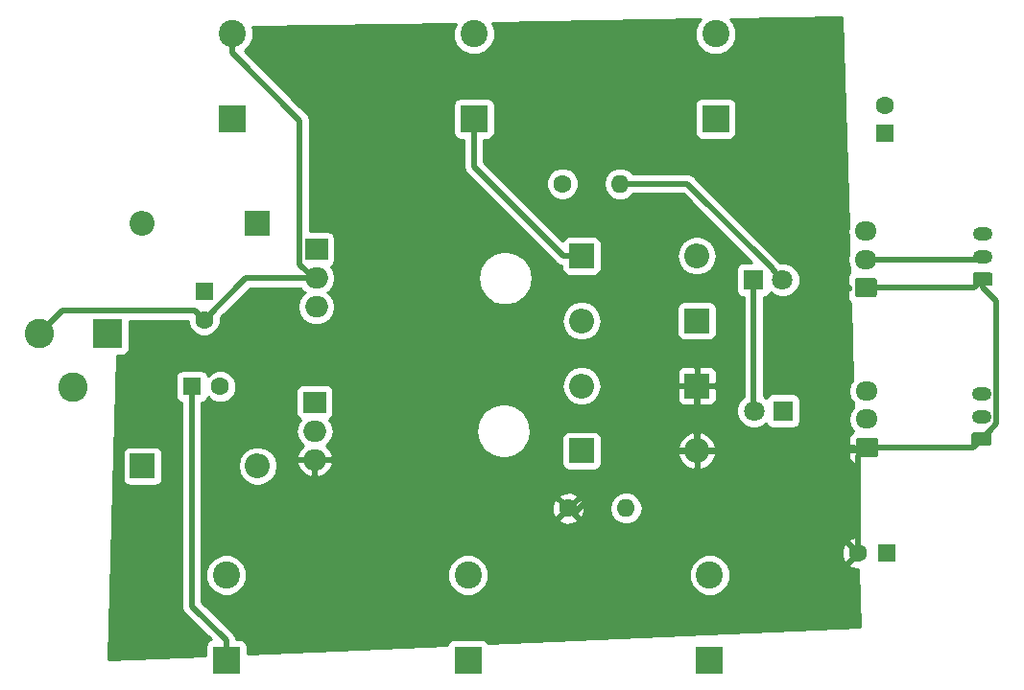
<source format=gbr>
G04 #@! TF.GenerationSoftware,KiCad,Pcbnew,(5.0.1)-rc2*
G04 #@! TF.CreationDate,2019-02-18T01:36:53-05:00*
G04 #@! TF.ProjectId,mfos_power,6D666F735F706F7765722E6B69636164,rev?*
G04 #@! TF.SameCoordinates,Original*
G04 #@! TF.FileFunction,Copper,L2,Bot,Signal*
G04 #@! TF.FilePolarity,Positive*
%FSLAX46Y46*%
G04 Gerber Fmt 4.6, Leading zero omitted, Abs format (unit mm)*
G04 Created by KiCad (PCBNEW (5.0.1)-rc2) date 2/18/2019 1:36:53 AM*
%MOMM*%
%LPD*%
G01*
G04 APERTURE LIST*
G04 #@! TA.AperFunction,ComponentPad*
%ADD10C,2.400000*%
G04 #@! TD*
G04 #@! TA.AperFunction,ComponentPad*
%ADD11R,2.400000X2.400000*%
G04 #@! TD*
G04 #@! TA.AperFunction,ComponentPad*
%ADD12C,1.600000*%
G04 #@! TD*
G04 #@! TA.AperFunction,ComponentPad*
%ADD13R,1.600000X1.600000*%
G04 #@! TD*
G04 #@! TA.AperFunction,ComponentPad*
%ADD14O,2.000000X1.905000*%
G04 #@! TD*
G04 #@! TA.AperFunction,ComponentPad*
%ADD15R,2.000000X1.905000*%
G04 #@! TD*
G04 #@! TA.AperFunction,ComponentPad*
%ADD16O,2.200000X2.200000*%
G04 #@! TD*
G04 #@! TA.AperFunction,ComponentPad*
%ADD17R,2.200000X2.200000*%
G04 #@! TD*
G04 #@! TA.AperFunction,ComponentPad*
%ADD18R,2.600000X2.600000*%
G04 #@! TD*
G04 #@! TA.AperFunction,ComponentPad*
%ADD19C,2.600000*%
G04 #@! TD*
G04 #@! TA.AperFunction,ComponentPad*
%ADD20R,1.800000X1.800000*%
G04 #@! TD*
G04 #@! TA.AperFunction,ComponentPad*
%ADD21C,1.800000*%
G04 #@! TD*
G04 #@! TA.AperFunction,ComponentPad*
%ADD22O,1.750000X1.200000*%
G04 #@! TD*
G04 #@! TA.AperFunction,Conductor*
%ADD23C,0.100000*%
G04 #@! TD*
G04 #@! TA.AperFunction,ComponentPad*
%ADD24C,1.200000*%
G04 #@! TD*
G04 #@! TA.AperFunction,ComponentPad*
%ADD25O,1.950000X1.700000*%
G04 #@! TD*
G04 #@! TA.AperFunction,ComponentPad*
%ADD26C,1.700000*%
G04 #@! TD*
G04 #@! TA.AperFunction,ComponentPad*
%ADD27O,1.600000X1.600000*%
G04 #@! TD*
G04 #@! TA.AperFunction,Conductor*
%ADD28C,0.508000*%
G04 #@! TD*
G04 #@! TA.AperFunction,Conductor*
%ADD29C,0.254000*%
G04 #@! TD*
G04 APERTURE END LIST*
D10*
G04 #@! TO.P,C2,2*
G04 #@! TO.N,GND*
X108198920Y-44900200D03*
D11*
G04 #@! TO.P,C2,1*
G04 #@! TO.N,Net-(C2-Pad1)*
X108198920Y-52400200D03*
G04 #@! TD*
G04 #@! TO.P,C3,1*
G04 #@! TO.N,GND*
X128978660Y-100223320D03*
D10*
G04 #@! TO.P,C3,2*
G04 #@! TO.N,Net-(C1-Pad2)*
X128978660Y-92723320D03*
G04 #@! TD*
G04 #@! TO.P,C4,2*
G04 #@! TO.N,GND*
X150825200Y-44900200D03*
D11*
G04 #@! TO.P,C4,1*
G04 #@! TO.N,Net-(C2-Pad1)*
X150825200Y-52400200D03*
G04 #@! TD*
G04 #@! TO.P,C5,1*
G04 #@! TO.N,Net-(C2-Pad1)*
X129512060Y-52400200D03*
D10*
G04 #@! TO.P,C5,2*
G04 #@! TO.N,GND*
X129512060Y-44900200D03*
G04 #@! TD*
G04 #@! TO.P,C6,2*
G04 #@! TO.N,Net-(C1-Pad2)*
X150291800Y-92723320D03*
D11*
G04 #@! TO.P,C6,1*
G04 #@! TO.N,GND*
X150291800Y-100223320D03*
G04 #@! TD*
G04 #@! TO.P,C1,1*
G04 #@! TO.N,GND*
X107665520Y-100223320D03*
D10*
G04 #@! TO.P,C1,2*
G04 #@! TO.N,Net-(C1-Pad2)*
X107665520Y-92723320D03*
G04 #@! TD*
D12*
G04 #@! TO.P,C7,2*
G04 #@! TO.N,GND*
X105719880Y-70160520D03*
D13*
G04 #@! TO.P,C7,1*
G04 #@! TO.N,Net-(C2-Pad1)*
X105719880Y-67660520D03*
G04 #@! TD*
G04 #@! TO.P,C8,1*
G04 #@! TO.N,GND*
X104622600Y-76057760D03*
D12*
G04 #@! TO.P,C8,2*
G04 #@! TO.N,Net-(C1-Pad2)*
X107122600Y-76057760D03*
G04 #@! TD*
G04 #@! TO.P,C9,2*
G04 #@! TO.N,GND*
X165780720Y-51221000D03*
D13*
G04 #@! TO.P,C9,1*
G04 #@! TO.N,+12V*
X165780720Y-53721000D03*
G04 #@! TD*
G04 #@! TO.P,C10,1*
G04 #@! TO.N,GND*
X165907720Y-90749120D03*
D12*
G04 #@! TO.P,C10,2*
G04 #@! TO.N,-12V*
X163407720Y-90749120D03*
G04 #@! TD*
D14*
G04 #@! TO.P,U1,3*
G04 #@! TO.N,+12V*
X115600480Y-69021960D03*
G04 #@! TO.P,U1,2*
G04 #@! TO.N,GND*
X115600480Y-66481960D03*
D15*
G04 #@! TO.P,U1,1*
G04 #@! TO.N,Net-(C2-Pad1)*
X115600480Y-63941960D03*
G04 #@! TD*
G04 #@! TO.P,U2,1*
G04 #@! TO.N,GND*
X115458240Y-77434440D03*
D14*
G04 #@! TO.P,U2,2*
G04 #@! TO.N,Net-(C1-Pad2)*
X115458240Y-79974440D03*
G04 #@! TO.P,U2,3*
G04 #@! TO.N,-12V*
X115458240Y-82514440D03*
G04 #@! TD*
D16*
G04 #@! TO.P,D1,2*
G04 #@! TO.N,Net-(D1-Pad2)*
X100197920Y-61620400D03*
D17*
G04 #@! TO.P,D1,1*
G04 #@! TO.N,Net-(C2-Pad1)*
X110357920Y-61620400D03*
G04 #@! TD*
G04 #@! TO.P,D2,1*
G04 #@! TO.N,Net-(D1-Pad2)*
X100269040Y-83078320D03*
D16*
G04 #@! TO.P,D2,2*
G04 #@! TO.N,Net-(C1-Pad2)*
X110429040Y-83078320D03*
G04 #@! TD*
G04 #@! TO.P,D3,2*
G04 #@! TO.N,+12V*
X149169120Y-64521080D03*
D17*
G04 #@! TO.P,D3,1*
G04 #@! TO.N,Net-(C2-Pad1)*
X139009120Y-64521080D03*
G04 #@! TD*
G04 #@! TO.P,D5,1*
G04 #@! TO.N,GND*
X139009120Y-81732120D03*
D16*
G04 #@! TO.P,D5,2*
G04 #@! TO.N,-12V*
X149169120Y-81732120D03*
G04 #@! TD*
G04 #@! TO.P,D6,2*
G04 #@! TO.N,GND*
X139009120Y-70258093D03*
D17*
G04 #@! TO.P,D6,1*
G04 #@! TO.N,+12V*
X149169120Y-70258093D03*
G04 #@! TD*
G04 #@! TO.P,D4,1*
G04 #@! TO.N,-12V*
X149169120Y-75995106D03*
D16*
G04 #@! TO.P,D4,2*
G04 #@! TO.N,Net-(C1-Pad2)*
X139009120Y-75995106D03*
G04 #@! TD*
D18*
G04 #@! TO.P,J1,1*
G04 #@! TO.N,Net-(D1-Pad2)*
X97149920Y-71419720D03*
D19*
G04 #@! TO.P,J1,2*
G04 #@! TO.N,GND*
X91149920Y-71419720D03*
G04 #@! TO.P,J1,3*
G04 #@! TO.N,Net-(J1-Pad3)*
X94149920Y-76119720D03*
G04 #@! TD*
D20*
G04 #@! TO.P,D7,1*
G04 #@! TO.N,Net-(D7-Pad1)*
X156748320Y-78216760D03*
D21*
G04 #@! TO.P,D7,2*
G04 #@! TO.N,GND*
X154208320Y-78216760D03*
G04 #@! TD*
G04 #@! TO.P,D8,2*
G04 #@! TO.N,Net-(D8-Pad2)*
X156738320Y-66639440D03*
D20*
G04 #@! TO.P,D8,1*
G04 #@! TO.N,GND*
X154198320Y-66639440D03*
G04 #@! TD*
D22*
G04 #@! TO.P,J2,3*
G04 #@! TO.N,+12V*
X174386240Y-62578480D03*
G04 #@! TO.P,J2,2*
G04 #@! TO.N,GND*
X174386240Y-64578480D03*
D23*
G04 #@! TD*
G04 #@! TO.N,-12V*
G04 #@! TO.C,J2*
G36*
X175035745Y-65979684D02*
X175060013Y-65983284D01*
X175083812Y-65989245D01*
X175106911Y-65997510D01*
X175129090Y-66008000D01*
X175150133Y-66020612D01*
X175169839Y-66035227D01*
X175188017Y-66051703D01*
X175204493Y-66069881D01*
X175219108Y-66089587D01*
X175231720Y-66110630D01*
X175242210Y-66132809D01*
X175250475Y-66155908D01*
X175256436Y-66179707D01*
X175260036Y-66203975D01*
X175261240Y-66228479D01*
X175261240Y-66928481D01*
X175260036Y-66952985D01*
X175256436Y-66977253D01*
X175250475Y-67001052D01*
X175242210Y-67024151D01*
X175231720Y-67046330D01*
X175219108Y-67067373D01*
X175204493Y-67087079D01*
X175188017Y-67105257D01*
X175169839Y-67121733D01*
X175150133Y-67136348D01*
X175129090Y-67148960D01*
X175106911Y-67159450D01*
X175083812Y-67167715D01*
X175060013Y-67173676D01*
X175035745Y-67177276D01*
X175011241Y-67178480D01*
X173761239Y-67178480D01*
X173736735Y-67177276D01*
X173712467Y-67173676D01*
X173688668Y-67167715D01*
X173665569Y-67159450D01*
X173643390Y-67148960D01*
X173622347Y-67136348D01*
X173602641Y-67121733D01*
X173584463Y-67105257D01*
X173567987Y-67087079D01*
X173553372Y-67067373D01*
X173540760Y-67046330D01*
X173530270Y-67024151D01*
X173522005Y-67001052D01*
X173516044Y-66977253D01*
X173512444Y-66952985D01*
X173511240Y-66928481D01*
X173511240Y-66228479D01*
X173512444Y-66203975D01*
X173516044Y-66179707D01*
X173522005Y-66155908D01*
X173530270Y-66132809D01*
X173540760Y-66110630D01*
X173553372Y-66089587D01*
X173567987Y-66069881D01*
X173584463Y-66051703D01*
X173602641Y-66035227D01*
X173622347Y-66020612D01*
X173643390Y-66008000D01*
X173665569Y-65997510D01*
X173688668Y-65989245D01*
X173712467Y-65983284D01*
X173736735Y-65979684D01*
X173761239Y-65978480D01*
X175011241Y-65978480D01*
X175035745Y-65979684D01*
X175035745Y-65979684D01*
G37*
D24*
G04 #@! TO.P,J2,1*
G04 #@! TO.N,-12V*
X174386240Y-66578480D03*
G04 #@! TD*
D23*
G04 #@! TO.N,-12V*
G04 #@! TO.C,J3*
G36*
X174929065Y-80107164D02*
X174953333Y-80110764D01*
X174977132Y-80116725D01*
X175000231Y-80124990D01*
X175022410Y-80135480D01*
X175043453Y-80148092D01*
X175063159Y-80162707D01*
X175081337Y-80179183D01*
X175097813Y-80197361D01*
X175112428Y-80217067D01*
X175125040Y-80238110D01*
X175135530Y-80260289D01*
X175143795Y-80283388D01*
X175149756Y-80307187D01*
X175153356Y-80331455D01*
X175154560Y-80355959D01*
X175154560Y-81055961D01*
X175153356Y-81080465D01*
X175149756Y-81104733D01*
X175143795Y-81128532D01*
X175135530Y-81151631D01*
X175125040Y-81173810D01*
X175112428Y-81194853D01*
X175097813Y-81214559D01*
X175081337Y-81232737D01*
X175063159Y-81249213D01*
X175043453Y-81263828D01*
X175022410Y-81276440D01*
X175000231Y-81286930D01*
X174977132Y-81295195D01*
X174953333Y-81301156D01*
X174929065Y-81304756D01*
X174904561Y-81305960D01*
X173654559Y-81305960D01*
X173630055Y-81304756D01*
X173605787Y-81301156D01*
X173581988Y-81295195D01*
X173558889Y-81286930D01*
X173536710Y-81276440D01*
X173515667Y-81263828D01*
X173495961Y-81249213D01*
X173477783Y-81232737D01*
X173461307Y-81214559D01*
X173446692Y-81194853D01*
X173434080Y-81173810D01*
X173423590Y-81151631D01*
X173415325Y-81128532D01*
X173409364Y-81104733D01*
X173405764Y-81080465D01*
X173404560Y-81055961D01*
X173404560Y-80355959D01*
X173405764Y-80331455D01*
X173409364Y-80307187D01*
X173415325Y-80283388D01*
X173423590Y-80260289D01*
X173434080Y-80238110D01*
X173446692Y-80217067D01*
X173461307Y-80197361D01*
X173477783Y-80179183D01*
X173495961Y-80162707D01*
X173515667Y-80148092D01*
X173536710Y-80135480D01*
X173558889Y-80124990D01*
X173581988Y-80116725D01*
X173605787Y-80110764D01*
X173630055Y-80107164D01*
X173654559Y-80105960D01*
X174904561Y-80105960D01*
X174929065Y-80107164D01*
X174929065Y-80107164D01*
G37*
D24*
G04 #@! TD*
G04 #@! TO.P,J3,1*
G04 #@! TO.N,-12V*
X174279560Y-80705960D03*
D22*
G04 #@! TO.P,J3,2*
G04 #@! TO.N,GND*
X174279560Y-78705960D03*
G04 #@! TO.P,J3,3*
G04 #@! TO.N,+12V*
X174279560Y-76705960D03*
G04 #@! TD*
D25*
G04 #@! TO.P,J4,3*
G04 #@! TO.N,+12V*
X164084000Y-62325240D03*
G04 #@! TO.P,J4,2*
G04 #@! TO.N,GND*
X164084000Y-64825240D03*
D23*
G04 #@! TD*
G04 #@! TO.N,-12V*
G04 #@! TO.C,J4*
G36*
X164833504Y-66476444D02*
X164857773Y-66480044D01*
X164881571Y-66486005D01*
X164904671Y-66494270D01*
X164926849Y-66504760D01*
X164947893Y-66517373D01*
X164967598Y-66531987D01*
X164985777Y-66548463D01*
X165002253Y-66566642D01*
X165016867Y-66586347D01*
X165029480Y-66607391D01*
X165039970Y-66629569D01*
X165048235Y-66652669D01*
X165054196Y-66676467D01*
X165057796Y-66700736D01*
X165059000Y-66725240D01*
X165059000Y-67925240D01*
X165057796Y-67949744D01*
X165054196Y-67974013D01*
X165048235Y-67997811D01*
X165039970Y-68020911D01*
X165029480Y-68043089D01*
X165016867Y-68064133D01*
X165002253Y-68083838D01*
X164985777Y-68102017D01*
X164967598Y-68118493D01*
X164947893Y-68133107D01*
X164926849Y-68145720D01*
X164904671Y-68156210D01*
X164881571Y-68164475D01*
X164857773Y-68170436D01*
X164833504Y-68174036D01*
X164809000Y-68175240D01*
X163359000Y-68175240D01*
X163334496Y-68174036D01*
X163310227Y-68170436D01*
X163286429Y-68164475D01*
X163263329Y-68156210D01*
X163241151Y-68145720D01*
X163220107Y-68133107D01*
X163200402Y-68118493D01*
X163182223Y-68102017D01*
X163165747Y-68083838D01*
X163151133Y-68064133D01*
X163138520Y-68043089D01*
X163128030Y-68020911D01*
X163119765Y-67997811D01*
X163113804Y-67974013D01*
X163110204Y-67949744D01*
X163109000Y-67925240D01*
X163109000Y-66725240D01*
X163110204Y-66700736D01*
X163113804Y-66676467D01*
X163119765Y-66652669D01*
X163128030Y-66629569D01*
X163138520Y-66607391D01*
X163151133Y-66586347D01*
X163165747Y-66566642D01*
X163182223Y-66548463D01*
X163200402Y-66531987D01*
X163220107Y-66517373D01*
X163241151Y-66504760D01*
X163263329Y-66494270D01*
X163286429Y-66486005D01*
X163310227Y-66480044D01*
X163334496Y-66476444D01*
X163359000Y-66475240D01*
X164809000Y-66475240D01*
X164833504Y-66476444D01*
X164833504Y-66476444D01*
G37*
D26*
G04 #@! TO.P,J4,1*
G04 #@! TO.N,-12V*
X164084000Y-67325240D03*
G04 #@! TD*
D23*
G04 #@! TO.N,-12V*
G04 #@! TO.C,J5*
G36*
X164940184Y-80603924D02*
X164964453Y-80607524D01*
X164988251Y-80613485D01*
X165011351Y-80621750D01*
X165033529Y-80632240D01*
X165054573Y-80644853D01*
X165074278Y-80659467D01*
X165092457Y-80675943D01*
X165108933Y-80694122D01*
X165123547Y-80713827D01*
X165136160Y-80734871D01*
X165146650Y-80757049D01*
X165154915Y-80780149D01*
X165160876Y-80803947D01*
X165164476Y-80828216D01*
X165165680Y-80852720D01*
X165165680Y-82052720D01*
X165164476Y-82077224D01*
X165160876Y-82101493D01*
X165154915Y-82125291D01*
X165146650Y-82148391D01*
X165136160Y-82170569D01*
X165123547Y-82191613D01*
X165108933Y-82211318D01*
X165092457Y-82229497D01*
X165074278Y-82245973D01*
X165054573Y-82260587D01*
X165033529Y-82273200D01*
X165011351Y-82283690D01*
X164988251Y-82291955D01*
X164964453Y-82297916D01*
X164940184Y-82301516D01*
X164915680Y-82302720D01*
X163465680Y-82302720D01*
X163441176Y-82301516D01*
X163416907Y-82297916D01*
X163393109Y-82291955D01*
X163370009Y-82283690D01*
X163347831Y-82273200D01*
X163326787Y-82260587D01*
X163307082Y-82245973D01*
X163288903Y-82229497D01*
X163272427Y-82211318D01*
X163257813Y-82191613D01*
X163245200Y-82170569D01*
X163234710Y-82148391D01*
X163226445Y-82125291D01*
X163220484Y-82101493D01*
X163216884Y-82077224D01*
X163215680Y-82052720D01*
X163215680Y-80852720D01*
X163216884Y-80828216D01*
X163220484Y-80803947D01*
X163226445Y-80780149D01*
X163234710Y-80757049D01*
X163245200Y-80734871D01*
X163257813Y-80713827D01*
X163272427Y-80694122D01*
X163288903Y-80675943D01*
X163307082Y-80659467D01*
X163326787Y-80644853D01*
X163347831Y-80632240D01*
X163370009Y-80621750D01*
X163393109Y-80613485D01*
X163416907Y-80607524D01*
X163441176Y-80603924D01*
X163465680Y-80602720D01*
X164915680Y-80602720D01*
X164940184Y-80603924D01*
X164940184Y-80603924D01*
G37*
D26*
G04 #@! TD*
G04 #@! TO.P,J5,1*
G04 #@! TO.N,-12V*
X164190680Y-81452720D03*
D25*
G04 #@! TO.P,J5,2*
G04 #@! TO.N,GND*
X164190680Y-78952720D03*
G04 #@! TO.P,J5,3*
G04 #@! TO.N,+12V*
X164190680Y-76452720D03*
G04 #@! TD*
D12*
G04 #@! TO.P,R1,1*
G04 #@! TO.N,-12V*
X137840720Y-86827360D03*
D27*
G04 #@! TO.P,R1,2*
G04 #@! TO.N,Net-(D7-Pad1)*
X142920720Y-86827360D03*
G04 #@! TD*
G04 #@! TO.P,R2,2*
G04 #@! TO.N,Net-(D8-Pad2)*
X142392400Y-58145680D03*
D12*
G04 #@! TO.P,R2,1*
G04 #@! TO.N,+12V*
X137312400Y-58145680D03*
G04 #@! TD*
D28*
G04 #@! TO.N,GND*
X104622600Y-77365760D02*
X104622600Y-76057760D01*
X104622600Y-95472400D02*
X104622600Y-77365760D01*
X107665520Y-98515320D02*
X104622600Y-95472400D01*
X107665520Y-100223320D02*
X107665520Y-98515320D01*
G04 #@! TO.N,Net-(C2-Pad1)*
X137401120Y-64521080D02*
X139009120Y-64521080D01*
X129512060Y-56632020D02*
X137401120Y-64521080D01*
X129512060Y-52400200D02*
X129512060Y-56632020D01*
G04 #@! TO.N,GND*
X104919881Y-69360521D02*
X105719880Y-70160520D01*
X93209119Y-69360521D02*
X104919881Y-69360521D01*
X91149920Y-71419720D02*
X93209119Y-69360521D01*
X115370778Y-66481960D02*
X115600480Y-66481960D01*
X114146479Y-65257661D02*
X115370778Y-66481960D01*
X114146479Y-52544815D02*
X114146479Y-65257661D01*
X108198920Y-46597256D02*
X114146479Y-52544815D01*
X108198920Y-44900200D02*
X108198920Y-46597256D01*
X109398440Y-66481960D02*
X115600480Y-66481960D01*
X105719880Y-70160520D02*
X109398440Y-66481960D01*
X154198320Y-78206760D02*
X154208320Y-78216760D01*
X154198320Y-66639440D02*
X154198320Y-78206760D01*
X174139480Y-64825240D02*
X174386240Y-64578480D01*
X164084000Y-64825240D02*
X174139480Y-64825240D01*
G04 #@! TO.N,-12V*
X133527800Y-82514440D02*
X138313160Y-87299800D01*
X115458240Y-82514440D02*
X133527800Y-82514440D01*
X143880840Y-81732120D02*
X149169120Y-81732120D01*
X138313160Y-87299800D02*
X143880840Y-81732120D01*
X149169120Y-80176486D02*
X149169120Y-75995106D01*
X149169120Y-81732120D02*
X149169120Y-80176486D01*
X173532800Y-81452720D02*
X174279560Y-80705960D01*
X164190680Y-81452720D02*
X173532800Y-81452720D01*
X163407720Y-82235680D02*
X164190680Y-81452720D01*
X163407720Y-90749120D02*
X163407720Y-82235680D01*
X173639480Y-67325240D02*
X174386240Y-66578480D01*
X164084000Y-67325240D02*
X173639480Y-67325240D01*
X174950270Y-80035250D02*
X174279560Y-80705960D01*
X175608570Y-79376950D02*
X174950270Y-80035250D01*
X175608570Y-68500810D02*
X175608570Y-79376950D01*
X174386240Y-67278480D02*
X175608570Y-68500810D01*
X174386240Y-66578480D02*
X174386240Y-67278480D01*
X163911280Y-81732120D02*
X164190680Y-81452720D01*
X149169120Y-81732120D02*
X163911280Y-81732120D01*
G04 #@! TO.N,Net-(D8-Pad2)*
X143523770Y-58145680D02*
X142392400Y-58145680D01*
X148321762Y-58145680D02*
X143523770Y-58145680D01*
X155838321Y-65662239D02*
X148321762Y-58145680D01*
X155838321Y-65739441D02*
X155838321Y-65662239D01*
X156738320Y-66639440D02*
X155838321Y-65739441D01*
G04 #@! TD*
D29*
G04 #@! TO.N,-12V*
G36*
X162520006Y-61947694D02*
X162444908Y-62325240D01*
X162546137Y-62834157D01*
X162586585Y-64206276D01*
X162560161Y-64245822D01*
X162444908Y-64825240D01*
X162560161Y-65404658D01*
X162624761Y-65501338D01*
X162640799Y-66045416D01*
X162570673Y-66115542D01*
X162474000Y-66348931D01*
X162474000Y-67039490D01*
X162632750Y-67198240D01*
X162674782Y-67198240D01*
X162682269Y-67452240D01*
X162632750Y-67452240D01*
X162474000Y-67610990D01*
X162474000Y-68301549D01*
X162570673Y-68534938D01*
X162718544Y-68682810D01*
X162919365Y-75495373D01*
X162666841Y-75873302D01*
X162551588Y-76452720D01*
X162666841Y-77032138D01*
X162978412Y-77498436D01*
X162989946Y-77889740D01*
X162666841Y-78373302D01*
X162551588Y-78952720D01*
X162666841Y-79532138D01*
X162986389Y-80010376D01*
X162855981Y-80064393D01*
X162677353Y-80243022D01*
X162580680Y-80476411D01*
X162580680Y-81166970D01*
X162739430Y-81325720D01*
X163091232Y-81325720D01*
X163098720Y-81579720D01*
X162739430Y-81579720D01*
X162580680Y-81738470D01*
X162580680Y-82429029D01*
X162677353Y-82662418D01*
X162855981Y-82841047D01*
X163089370Y-82937720D01*
X163138751Y-82937720D01*
X163326780Y-89316349D01*
X163054266Y-89329342D01*
X162653715Y-89495256D01*
X162579581Y-89741375D01*
X163362385Y-90524180D01*
X163375267Y-90961178D01*
X162579581Y-91756865D01*
X162653715Y-92002984D01*
X163190943Y-92196085D01*
X163411360Y-92185576D01*
X163562204Y-97302756D01*
X130738646Y-98718429D01*
X130636469Y-98565511D01*
X130426425Y-98425163D01*
X130178660Y-98375880D01*
X127778660Y-98375880D01*
X127530895Y-98425163D01*
X127320851Y-98565511D01*
X127180503Y-98775555D01*
X127161175Y-98872724D01*
X109512960Y-99633888D01*
X109512960Y-99023320D01*
X109463677Y-98775555D01*
X109323329Y-98565511D01*
X109113285Y-98425163D01*
X108865520Y-98375880D01*
X108544200Y-98375880D01*
X108502939Y-98168450D01*
X108306453Y-97874387D01*
X108232227Y-97824791D01*
X105511600Y-95104165D01*
X105511600Y-92358316D01*
X105830520Y-92358316D01*
X105830520Y-93088324D01*
X106109882Y-93762764D01*
X106626076Y-94278958D01*
X107300516Y-94558320D01*
X108030524Y-94558320D01*
X108704964Y-94278958D01*
X109221158Y-93762764D01*
X109500520Y-93088324D01*
X109500520Y-92358316D01*
X127143660Y-92358316D01*
X127143660Y-93088324D01*
X127423022Y-93762764D01*
X127939216Y-94278958D01*
X128613656Y-94558320D01*
X129343664Y-94558320D01*
X130018104Y-94278958D01*
X130534298Y-93762764D01*
X130813660Y-93088324D01*
X130813660Y-92358316D01*
X148456800Y-92358316D01*
X148456800Y-93088324D01*
X148736162Y-93762764D01*
X149252356Y-94278958D01*
X149926796Y-94558320D01*
X150656804Y-94558320D01*
X151331244Y-94278958D01*
X151847438Y-93762764D01*
X152126800Y-93088324D01*
X152126800Y-92358316D01*
X151847438Y-91683876D01*
X151331244Y-91167682D01*
X150656804Y-90888320D01*
X149926796Y-90888320D01*
X149252356Y-91167682D01*
X148736162Y-91683876D01*
X148456800Y-92358316D01*
X130813660Y-92358316D01*
X130534298Y-91683876D01*
X130018104Y-91167682D01*
X129343664Y-90888320D01*
X128613656Y-90888320D01*
X127939216Y-91167682D01*
X127423022Y-91683876D01*
X127143660Y-92358316D01*
X109500520Y-92358316D01*
X109221158Y-91683876D01*
X108704964Y-91167682D01*
X108030524Y-90888320D01*
X107300516Y-90888320D01*
X106626076Y-91167682D01*
X106109882Y-91683876D01*
X105830520Y-92358316D01*
X105511600Y-92358316D01*
X105511600Y-90532343D01*
X161960755Y-90532343D01*
X161987942Y-91102574D01*
X162153856Y-91503125D01*
X162399975Y-91577259D01*
X163228115Y-90749120D01*
X162399975Y-89920981D01*
X162153856Y-89995115D01*
X161960755Y-90532343D01*
X105511600Y-90532343D01*
X105511600Y-87835105D01*
X137012581Y-87835105D01*
X137086715Y-88081224D01*
X137623943Y-88274325D01*
X138194174Y-88247138D01*
X138594725Y-88081224D01*
X138668859Y-87835105D01*
X137840720Y-87006965D01*
X137012581Y-87835105D01*
X105511600Y-87835105D01*
X105511600Y-86610583D01*
X136393755Y-86610583D01*
X136420942Y-87180814D01*
X136586856Y-87581365D01*
X136832975Y-87655499D01*
X137661115Y-86827360D01*
X138020325Y-86827360D01*
X138848465Y-87655499D01*
X139094584Y-87581365D01*
X139287685Y-87044137D01*
X139277350Y-86827360D01*
X141457607Y-86827360D01*
X141568980Y-87387269D01*
X141886143Y-87861937D01*
X142360811Y-88179100D01*
X142779387Y-88262360D01*
X143062053Y-88262360D01*
X143480629Y-88179100D01*
X143955297Y-87861937D01*
X144272460Y-87387269D01*
X144383833Y-86827360D01*
X144272460Y-86267451D01*
X143955297Y-85792783D01*
X143480629Y-85475620D01*
X143062053Y-85392360D01*
X142779387Y-85392360D01*
X142360811Y-85475620D01*
X141886143Y-85792783D01*
X141568980Y-86267451D01*
X141457607Y-86827360D01*
X139277350Y-86827360D01*
X139260498Y-86473906D01*
X139094584Y-86073355D01*
X138848465Y-85999221D01*
X138020325Y-86827360D01*
X137661115Y-86827360D01*
X136832975Y-85999221D01*
X136586856Y-86073355D01*
X136393755Y-86610583D01*
X105511600Y-86610583D01*
X105511600Y-85819615D01*
X137012581Y-85819615D01*
X137840720Y-86647755D01*
X138668859Y-85819615D01*
X138594725Y-85573496D01*
X138057497Y-85380395D01*
X137487266Y-85407582D01*
X137086715Y-85573496D01*
X137012581Y-85819615D01*
X105511600Y-85819615D01*
X105511600Y-83078320D01*
X108660050Y-83078320D01*
X108794706Y-83755283D01*
X109178175Y-84329185D01*
X109752077Y-84712654D01*
X110258160Y-84813320D01*
X110599920Y-84813320D01*
X111106003Y-84712654D01*
X111679905Y-84329185D01*
X112063374Y-83755283D01*
X112198030Y-83078320D01*
X112160058Y-82887420D01*
X113867677Y-82887420D01*
X114082267Y-83381364D01*
X114515149Y-83823758D01*
X115084376Y-84066820D01*
X115331240Y-83940012D01*
X115331240Y-82641440D01*
X115585240Y-82641440D01*
X115585240Y-83940012D01*
X115832104Y-84066820D01*
X116401331Y-83823758D01*
X116834213Y-83381364D01*
X117048803Y-82887420D01*
X116928834Y-82641440D01*
X115585240Y-82641440D01*
X115331240Y-82641440D01*
X113987646Y-82641440D01*
X113867677Y-82887420D01*
X112160058Y-82887420D01*
X112063374Y-82401357D01*
X111679905Y-81827455D01*
X111106003Y-81443986D01*
X110599920Y-81343320D01*
X110258160Y-81343320D01*
X109752077Y-81443986D01*
X109178175Y-81827455D01*
X108794706Y-82401357D01*
X108660050Y-83078320D01*
X105511600Y-83078320D01*
X105511600Y-79974440D01*
X113792140Y-79974440D01*
X113915349Y-80593851D01*
X114266217Y-81118963D01*
X114467714Y-81253599D01*
X114082267Y-81647516D01*
X113867677Y-82141460D01*
X113987646Y-82387440D01*
X115331240Y-82387440D01*
X115331240Y-82367440D01*
X115585240Y-82367440D01*
X115585240Y-82387440D01*
X116928834Y-82387440D01*
X117048803Y-82141460D01*
X116834213Y-81647516D01*
X116448766Y-81253599D01*
X116650263Y-81118963D01*
X117001131Y-80593851D01*
X117124340Y-79974440D01*
X129686516Y-79974440D01*
X129871620Y-80905020D01*
X130398751Y-81693929D01*
X131187660Y-82221060D01*
X131883343Y-82359440D01*
X132353137Y-82359440D01*
X133048820Y-82221060D01*
X133837729Y-81693929D01*
X134364860Y-80905020D01*
X134419143Y-80632120D01*
X137261680Y-80632120D01*
X137261680Y-82832120D01*
X137310963Y-83079885D01*
X137451311Y-83289929D01*
X137661355Y-83430277D01*
X137909120Y-83479560D01*
X140109120Y-83479560D01*
X140356885Y-83430277D01*
X140566929Y-83289929D01*
X140707277Y-83079885D01*
X140756560Y-82832120D01*
X140756560Y-82128242D01*
X147479945Y-82128242D01*
X147694586Y-82646452D01*
X148156728Y-83141132D01*
X148772997Y-83421303D01*
X149042120Y-83303724D01*
X149042120Y-81859120D01*
X149296120Y-81859120D01*
X149296120Y-83303724D01*
X149565243Y-83421303D01*
X150181512Y-83141132D01*
X150643654Y-82646452D01*
X150858295Y-82128242D01*
X150740245Y-81859120D01*
X149296120Y-81859120D01*
X149042120Y-81859120D01*
X147597995Y-81859120D01*
X147479945Y-82128242D01*
X140756560Y-82128242D01*
X140756560Y-81335998D01*
X147479945Y-81335998D01*
X147597995Y-81605120D01*
X149042120Y-81605120D01*
X149042120Y-80160516D01*
X149296120Y-80160516D01*
X149296120Y-81605120D01*
X150740245Y-81605120D01*
X150858295Y-81335998D01*
X150643654Y-80817788D01*
X150181512Y-80323108D01*
X149565243Y-80042937D01*
X149296120Y-80160516D01*
X149042120Y-80160516D01*
X148772997Y-80042937D01*
X148156728Y-80323108D01*
X147694586Y-80817788D01*
X147479945Y-81335998D01*
X140756560Y-81335998D01*
X140756560Y-80632120D01*
X140707277Y-80384355D01*
X140566929Y-80174311D01*
X140356885Y-80033963D01*
X140109120Y-79984680D01*
X137909120Y-79984680D01*
X137661355Y-80033963D01*
X137451311Y-80174311D01*
X137310963Y-80384355D01*
X137261680Y-80632120D01*
X134419143Y-80632120D01*
X134549964Y-79974440D01*
X134364860Y-79043860D01*
X133837729Y-78254951D01*
X133048820Y-77727820D01*
X132353137Y-77589440D01*
X131883343Y-77589440D01*
X131187660Y-77727820D01*
X130398751Y-78254951D01*
X129871620Y-79043860D01*
X129686516Y-79974440D01*
X117124340Y-79974440D01*
X117001131Y-79355029D01*
X116739152Y-78962949D01*
X116916049Y-78844749D01*
X117056397Y-78634705D01*
X117105680Y-78386940D01*
X117105680Y-76481940D01*
X117056397Y-76234175D01*
X116916049Y-76024131D01*
X116872611Y-75995106D01*
X137240130Y-75995106D01*
X137374786Y-76672069D01*
X137758255Y-77245971D01*
X138332157Y-77629440D01*
X138838240Y-77730106D01*
X139180000Y-77730106D01*
X139686083Y-77629440D01*
X140259985Y-77245971D01*
X140643454Y-76672069D01*
X140721270Y-76280856D01*
X147434120Y-76280856D01*
X147434120Y-77221416D01*
X147530793Y-77454805D01*
X147709422Y-77633433D01*
X147942811Y-77730106D01*
X148883370Y-77730106D01*
X149042120Y-77571356D01*
X149042120Y-76122106D01*
X149296120Y-76122106D01*
X149296120Y-77571356D01*
X149454870Y-77730106D01*
X150395429Y-77730106D01*
X150628818Y-77633433D01*
X150807447Y-77454805D01*
X150904120Y-77221416D01*
X150904120Y-76280856D01*
X150745370Y-76122106D01*
X149296120Y-76122106D01*
X149042120Y-76122106D01*
X147592870Y-76122106D01*
X147434120Y-76280856D01*
X140721270Y-76280856D01*
X140778110Y-75995106D01*
X140643454Y-75318143D01*
X140276393Y-74768796D01*
X147434120Y-74768796D01*
X147434120Y-75709356D01*
X147592870Y-75868106D01*
X149042120Y-75868106D01*
X149042120Y-74418856D01*
X149296120Y-74418856D01*
X149296120Y-75868106D01*
X150745370Y-75868106D01*
X150904120Y-75709356D01*
X150904120Y-74768796D01*
X150807447Y-74535407D01*
X150628818Y-74356779D01*
X150395429Y-74260106D01*
X149454870Y-74260106D01*
X149296120Y-74418856D01*
X149042120Y-74418856D01*
X148883370Y-74260106D01*
X147942811Y-74260106D01*
X147709422Y-74356779D01*
X147530793Y-74535407D01*
X147434120Y-74768796D01*
X140276393Y-74768796D01*
X140259985Y-74744241D01*
X139686083Y-74360772D01*
X139180000Y-74260106D01*
X138838240Y-74260106D01*
X138332157Y-74360772D01*
X137758255Y-74744241D01*
X137374786Y-75318143D01*
X137240130Y-75995106D01*
X116872611Y-75995106D01*
X116706005Y-75883783D01*
X116458240Y-75834500D01*
X114458240Y-75834500D01*
X114210475Y-75883783D01*
X114000431Y-76024131D01*
X113860083Y-76234175D01*
X113810800Y-76481940D01*
X113810800Y-78386940D01*
X113860083Y-78634705D01*
X114000431Y-78844749D01*
X114177328Y-78962949D01*
X113915349Y-79355029D01*
X113792140Y-79974440D01*
X105511600Y-79974440D01*
X105511600Y-77487497D01*
X105670365Y-77455917D01*
X105880409Y-77315569D01*
X106020757Y-77105525D01*
X106040701Y-77005257D01*
X106309738Y-77274294D01*
X106837161Y-77492760D01*
X107408039Y-77492760D01*
X107935462Y-77274294D01*
X108339134Y-76870622D01*
X108557600Y-76343199D01*
X108557600Y-75772321D01*
X108339134Y-75244898D01*
X107935462Y-74841226D01*
X107408039Y-74622760D01*
X106837161Y-74622760D01*
X106309738Y-74841226D01*
X106040701Y-75110263D01*
X106020757Y-75009995D01*
X105880409Y-74799951D01*
X105670365Y-74659603D01*
X105422600Y-74610320D01*
X103822600Y-74610320D01*
X103574835Y-74659603D01*
X103364791Y-74799951D01*
X103224443Y-75009995D01*
X103175160Y-75257760D01*
X103175160Y-76857760D01*
X103224443Y-77105525D01*
X103364791Y-77315569D01*
X103574835Y-77455917D01*
X103733601Y-77487497D01*
X103733600Y-95384845D01*
X103716184Y-95472400D01*
X103733600Y-95559955D01*
X103785181Y-95819269D01*
X103981667Y-96113333D01*
X104055896Y-96162931D01*
X106301475Y-98408510D01*
X106217755Y-98425163D01*
X106007711Y-98565511D01*
X105867363Y-98775555D01*
X105818080Y-99023320D01*
X105818080Y-99793247D01*
X97275418Y-100161690D01*
X97759404Y-81978320D01*
X98521600Y-81978320D01*
X98521600Y-84178320D01*
X98570883Y-84426085D01*
X98711231Y-84636129D01*
X98921275Y-84776477D01*
X99169040Y-84825760D01*
X101369040Y-84825760D01*
X101616805Y-84776477D01*
X101826849Y-84636129D01*
X101967197Y-84426085D01*
X102016480Y-84178320D01*
X102016480Y-81978320D01*
X101967197Y-81730555D01*
X101826849Y-81520511D01*
X101616805Y-81380163D01*
X101369040Y-81330880D01*
X99169040Y-81330880D01*
X98921275Y-81380163D01*
X98711231Y-81520511D01*
X98570883Y-81730555D01*
X98521600Y-81978320D01*
X97759404Y-81978320D01*
X97988608Y-73367160D01*
X98449920Y-73367160D01*
X98697685Y-73317877D01*
X98907729Y-73177529D01*
X99048077Y-72967485D01*
X99097360Y-72719720D01*
X99097360Y-70249521D01*
X104284880Y-70249521D01*
X104284880Y-70445959D01*
X104503346Y-70973382D01*
X104907018Y-71377054D01*
X105434441Y-71595520D01*
X106005319Y-71595520D01*
X106532742Y-71377054D01*
X106936414Y-70973382D01*
X107154880Y-70445959D01*
X107154880Y-69982755D01*
X109766676Y-67370960D01*
X114237722Y-67370960D01*
X114408457Y-67626483D01*
X114596247Y-67751960D01*
X114408457Y-67877437D01*
X114057589Y-68402549D01*
X113934380Y-69021960D01*
X114057589Y-69641371D01*
X114408457Y-70166483D01*
X114933569Y-70517351D01*
X115396630Y-70609460D01*
X115804330Y-70609460D01*
X116267391Y-70517351D01*
X116655398Y-70258093D01*
X137240130Y-70258093D01*
X137374786Y-70935056D01*
X137758255Y-71508958D01*
X138332157Y-71892427D01*
X138838240Y-71993093D01*
X139180000Y-71993093D01*
X139686083Y-71892427D01*
X140259985Y-71508958D01*
X140643454Y-70935056D01*
X140778110Y-70258093D01*
X140643454Y-69581130D01*
X140360790Y-69158093D01*
X147421680Y-69158093D01*
X147421680Y-71358093D01*
X147470963Y-71605858D01*
X147611311Y-71815902D01*
X147821355Y-71956250D01*
X148069120Y-72005533D01*
X150269120Y-72005533D01*
X150516885Y-71956250D01*
X150726929Y-71815902D01*
X150867277Y-71605858D01*
X150916560Y-71358093D01*
X150916560Y-69158093D01*
X150867277Y-68910328D01*
X150726929Y-68700284D01*
X150516885Y-68559936D01*
X150269120Y-68510653D01*
X148069120Y-68510653D01*
X147821355Y-68559936D01*
X147611311Y-68700284D01*
X147470963Y-68910328D01*
X147421680Y-69158093D01*
X140360790Y-69158093D01*
X140259985Y-69007228D01*
X139686083Y-68623759D01*
X139180000Y-68523093D01*
X138838240Y-68523093D01*
X138332157Y-68623759D01*
X137758255Y-69007228D01*
X137374786Y-69581130D01*
X137240130Y-70258093D01*
X116655398Y-70258093D01*
X116792503Y-70166483D01*
X117143371Y-69641371D01*
X117266580Y-69021960D01*
X117143371Y-68402549D01*
X116792503Y-67877437D01*
X116604713Y-67751960D01*
X116792503Y-67626483D01*
X117143371Y-67101371D01*
X117266580Y-66481960D01*
X129828756Y-66481960D01*
X130013860Y-67412540D01*
X130540991Y-68201449D01*
X131329900Y-68728580D01*
X132025583Y-68866960D01*
X132495377Y-68866960D01*
X133191060Y-68728580D01*
X133979969Y-68201449D01*
X134507100Y-67412540D01*
X134692204Y-66481960D01*
X134507100Y-65551380D01*
X133979969Y-64762471D01*
X133191060Y-64235340D01*
X132495377Y-64096960D01*
X132025583Y-64096960D01*
X131329900Y-64235340D01*
X130540991Y-64762471D01*
X130013860Y-65551380D01*
X129828756Y-66481960D01*
X117266580Y-66481960D01*
X117143371Y-65862549D01*
X116881392Y-65470469D01*
X117058289Y-65352269D01*
X117198637Y-65142225D01*
X117247920Y-64894460D01*
X117247920Y-62989460D01*
X117198637Y-62741695D01*
X117058289Y-62531651D01*
X116848245Y-62391303D01*
X116600480Y-62342020D01*
X115035479Y-62342020D01*
X115035479Y-52632371D01*
X115052895Y-52544815D01*
X114983898Y-52197944D01*
X114837008Y-51978108D01*
X114787412Y-51903882D01*
X114713186Y-51854286D01*
X114059100Y-51200200D01*
X127664620Y-51200200D01*
X127664620Y-53600200D01*
X127713903Y-53847965D01*
X127854251Y-54058009D01*
X128064295Y-54198357D01*
X128312060Y-54247640D01*
X128623060Y-54247640D01*
X128623061Y-56544461D01*
X128605644Y-56632020D01*
X128674642Y-56978890D01*
X128762984Y-57111103D01*
X128871128Y-57272953D01*
X128945354Y-57322549D01*
X136710591Y-65087787D01*
X136760187Y-65162013D01*
X136834413Y-65211609D01*
X137054249Y-65358499D01*
X137261680Y-65399760D01*
X137261680Y-65621080D01*
X137310963Y-65868845D01*
X137451311Y-66078889D01*
X137661355Y-66219237D01*
X137909120Y-66268520D01*
X140109120Y-66268520D01*
X140356885Y-66219237D01*
X140566929Y-66078889D01*
X140707277Y-65868845D01*
X140756560Y-65621080D01*
X140756560Y-64521080D01*
X147400130Y-64521080D01*
X147534786Y-65198043D01*
X147918255Y-65771945D01*
X148492157Y-66155414D01*
X148998240Y-66256080D01*
X149340000Y-66256080D01*
X149846083Y-66155414D01*
X150419985Y-65771945D01*
X150803454Y-65198043D01*
X150938110Y-64521080D01*
X150803454Y-63844117D01*
X150419985Y-63270215D01*
X149846083Y-62886746D01*
X149340000Y-62786080D01*
X148998240Y-62786080D01*
X148492157Y-62886746D01*
X147918255Y-63270215D01*
X147534786Y-63844117D01*
X147400130Y-64521080D01*
X140756560Y-64521080D01*
X140756560Y-63421080D01*
X140707277Y-63173315D01*
X140566929Y-62963271D01*
X140356885Y-62822923D01*
X140109120Y-62773640D01*
X137909120Y-62773640D01*
X137661355Y-62822923D01*
X137451311Y-62963271D01*
X137310963Y-63173315D01*
X137310901Y-63173625D01*
X131997517Y-57860241D01*
X135877400Y-57860241D01*
X135877400Y-58431119D01*
X136095866Y-58958542D01*
X136499538Y-59362214D01*
X137026961Y-59580680D01*
X137597839Y-59580680D01*
X138125262Y-59362214D01*
X138528934Y-58958542D01*
X138747400Y-58431119D01*
X138747400Y-58145680D01*
X140929287Y-58145680D01*
X141040660Y-58705589D01*
X141357823Y-59180257D01*
X141832491Y-59497420D01*
X142251067Y-59580680D01*
X142533733Y-59580680D01*
X142952309Y-59497420D01*
X143426977Y-59180257D01*
X143524248Y-59034680D01*
X147953527Y-59034680D01*
X154010846Y-65092000D01*
X153298320Y-65092000D01*
X153050555Y-65141283D01*
X152840511Y-65281631D01*
X152700163Y-65491675D01*
X152650880Y-65739440D01*
X152650880Y-67539440D01*
X152700163Y-67787205D01*
X152840511Y-67997249D01*
X153050555Y-68137597D01*
X153298320Y-68186880D01*
X153309320Y-68186880D01*
X153309321Y-76944942D01*
X152907010Y-77347253D01*
X152673320Y-77911430D01*
X152673320Y-78522090D01*
X152907010Y-79086267D01*
X153338813Y-79518070D01*
X153902990Y-79751760D01*
X154513650Y-79751760D01*
X155077827Y-79518070D01*
X155247045Y-79348852D01*
X155250163Y-79364525D01*
X155390511Y-79574569D01*
X155600555Y-79714917D01*
X155848320Y-79764200D01*
X157648320Y-79764200D01*
X157896085Y-79714917D01*
X158106129Y-79574569D01*
X158246477Y-79364525D01*
X158295760Y-79116760D01*
X158295760Y-77316760D01*
X158246477Y-77068995D01*
X158106129Y-76858951D01*
X157896085Y-76718603D01*
X157648320Y-76669320D01*
X155848320Y-76669320D01*
X155600555Y-76718603D01*
X155390511Y-76858951D01*
X155250163Y-77068995D01*
X155247045Y-77084668D01*
X155087320Y-76924943D01*
X155087320Y-68186880D01*
X155098320Y-68186880D01*
X155346085Y-68137597D01*
X155556129Y-67997249D01*
X155696477Y-67787205D01*
X155699595Y-67771532D01*
X155868813Y-67940750D01*
X156432990Y-68174440D01*
X157043650Y-68174440D01*
X157607827Y-67940750D01*
X158039630Y-67508947D01*
X158273320Y-66944770D01*
X158273320Y-66334110D01*
X158039630Y-65769933D01*
X157607827Y-65338130D01*
X157043650Y-65104440D01*
X156534802Y-65104440D01*
X156528850Y-65095532D01*
X156479254Y-65021306D01*
X156405028Y-64971710D01*
X149012293Y-57578976D01*
X148962695Y-57504747D01*
X148668632Y-57308261D01*
X148409318Y-57256680D01*
X148409317Y-57256680D01*
X148321762Y-57239264D01*
X148234207Y-57256680D01*
X143524248Y-57256680D01*
X143426977Y-57111103D01*
X142952309Y-56793940D01*
X142533733Y-56710680D01*
X142251067Y-56710680D01*
X141832491Y-56793940D01*
X141357823Y-57111103D01*
X141040660Y-57585771D01*
X140929287Y-58145680D01*
X138747400Y-58145680D01*
X138747400Y-57860241D01*
X138528934Y-57332818D01*
X138125262Y-56929146D01*
X137597839Y-56710680D01*
X137026961Y-56710680D01*
X136499538Y-56929146D01*
X136095866Y-57332818D01*
X135877400Y-57860241D01*
X131997517Y-57860241D01*
X130401060Y-56263785D01*
X130401060Y-54247640D01*
X130712060Y-54247640D01*
X130959825Y-54198357D01*
X131169869Y-54058009D01*
X131310217Y-53847965D01*
X131359500Y-53600200D01*
X131359500Y-51200200D01*
X148977760Y-51200200D01*
X148977760Y-53600200D01*
X149027043Y-53847965D01*
X149167391Y-54058009D01*
X149377435Y-54198357D01*
X149625200Y-54247640D01*
X152025200Y-54247640D01*
X152272965Y-54198357D01*
X152483009Y-54058009D01*
X152623357Y-53847965D01*
X152672640Y-53600200D01*
X152672640Y-51200200D01*
X152623357Y-50952435D01*
X152483009Y-50742391D01*
X152272965Y-50602043D01*
X152025200Y-50552760D01*
X149625200Y-50552760D01*
X149377435Y-50602043D01*
X149167391Y-50742391D01*
X149027043Y-50952435D01*
X148977760Y-51200200D01*
X131359500Y-51200200D01*
X131310217Y-50952435D01*
X131169869Y-50742391D01*
X130959825Y-50602043D01*
X130712060Y-50552760D01*
X128312060Y-50552760D01*
X128064295Y-50602043D01*
X127854251Y-50742391D01*
X127713903Y-50952435D01*
X127664620Y-51200200D01*
X114059100Y-51200200D01*
X109276551Y-46417651D01*
X109754558Y-45939644D01*
X110033920Y-45265204D01*
X110033920Y-44535196D01*
X109941321Y-44311641D01*
X127894063Y-44011303D01*
X127677060Y-44535196D01*
X127677060Y-45265204D01*
X127956422Y-45939644D01*
X128472616Y-46455838D01*
X129147056Y-46735200D01*
X129877064Y-46735200D01*
X130551504Y-46455838D01*
X131067698Y-45939644D01*
X131347060Y-45265204D01*
X131347060Y-44535196D01*
X131107787Y-43957539D01*
X149480137Y-43650181D01*
X149269562Y-43860756D01*
X148990200Y-44535196D01*
X148990200Y-45265204D01*
X149269562Y-45939644D01*
X149785756Y-46455838D01*
X150460196Y-46735200D01*
X151190204Y-46735200D01*
X151864644Y-46455838D01*
X152380838Y-45939644D01*
X152660200Y-45265204D01*
X152660200Y-44535196D01*
X152380838Y-43860756D01*
X152126000Y-43605918D01*
X161974470Y-43441159D01*
X162520006Y-61947694D01*
X162520006Y-61947694D01*
G37*
X162520006Y-61947694D02*
X162444908Y-62325240D01*
X162546137Y-62834157D01*
X162586585Y-64206276D01*
X162560161Y-64245822D01*
X162444908Y-64825240D01*
X162560161Y-65404658D01*
X162624761Y-65501338D01*
X162640799Y-66045416D01*
X162570673Y-66115542D01*
X162474000Y-66348931D01*
X162474000Y-67039490D01*
X162632750Y-67198240D01*
X162674782Y-67198240D01*
X162682269Y-67452240D01*
X162632750Y-67452240D01*
X162474000Y-67610990D01*
X162474000Y-68301549D01*
X162570673Y-68534938D01*
X162718544Y-68682810D01*
X162919365Y-75495373D01*
X162666841Y-75873302D01*
X162551588Y-76452720D01*
X162666841Y-77032138D01*
X162978412Y-77498436D01*
X162989946Y-77889740D01*
X162666841Y-78373302D01*
X162551588Y-78952720D01*
X162666841Y-79532138D01*
X162986389Y-80010376D01*
X162855981Y-80064393D01*
X162677353Y-80243022D01*
X162580680Y-80476411D01*
X162580680Y-81166970D01*
X162739430Y-81325720D01*
X163091232Y-81325720D01*
X163098720Y-81579720D01*
X162739430Y-81579720D01*
X162580680Y-81738470D01*
X162580680Y-82429029D01*
X162677353Y-82662418D01*
X162855981Y-82841047D01*
X163089370Y-82937720D01*
X163138751Y-82937720D01*
X163326780Y-89316349D01*
X163054266Y-89329342D01*
X162653715Y-89495256D01*
X162579581Y-89741375D01*
X163362385Y-90524180D01*
X163375267Y-90961178D01*
X162579581Y-91756865D01*
X162653715Y-92002984D01*
X163190943Y-92196085D01*
X163411360Y-92185576D01*
X163562204Y-97302756D01*
X130738646Y-98718429D01*
X130636469Y-98565511D01*
X130426425Y-98425163D01*
X130178660Y-98375880D01*
X127778660Y-98375880D01*
X127530895Y-98425163D01*
X127320851Y-98565511D01*
X127180503Y-98775555D01*
X127161175Y-98872724D01*
X109512960Y-99633888D01*
X109512960Y-99023320D01*
X109463677Y-98775555D01*
X109323329Y-98565511D01*
X109113285Y-98425163D01*
X108865520Y-98375880D01*
X108544200Y-98375880D01*
X108502939Y-98168450D01*
X108306453Y-97874387D01*
X108232227Y-97824791D01*
X105511600Y-95104165D01*
X105511600Y-92358316D01*
X105830520Y-92358316D01*
X105830520Y-93088324D01*
X106109882Y-93762764D01*
X106626076Y-94278958D01*
X107300516Y-94558320D01*
X108030524Y-94558320D01*
X108704964Y-94278958D01*
X109221158Y-93762764D01*
X109500520Y-93088324D01*
X109500520Y-92358316D01*
X127143660Y-92358316D01*
X127143660Y-93088324D01*
X127423022Y-93762764D01*
X127939216Y-94278958D01*
X128613656Y-94558320D01*
X129343664Y-94558320D01*
X130018104Y-94278958D01*
X130534298Y-93762764D01*
X130813660Y-93088324D01*
X130813660Y-92358316D01*
X148456800Y-92358316D01*
X148456800Y-93088324D01*
X148736162Y-93762764D01*
X149252356Y-94278958D01*
X149926796Y-94558320D01*
X150656804Y-94558320D01*
X151331244Y-94278958D01*
X151847438Y-93762764D01*
X152126800Y-93088324D01*
X152126800Y-92358316D01*
X151847438Y-91683876D01*
X151331244Y-91167682D01*
X150656804Y-90888320D01*
X149926796Y-90888320D01*
X149252356Y-91167682D01*
X148736162Y-91683876D01*
X148456800Y-92358316D01*
X130813660Y-92358316D01*
X130534298Y-91683876D01*
X130018104Y-91167682D01*
X129343664Y-90888320D01*
X128613656Y-90888320D01*
X127939216Y-91167682D01*
X127423022Y-91683876D01*
X127143660Y-92358316D01*
X109500520Y-92358316D01*
X109221158Y-91683876D01*
X108704964Y-91167682D01*
X108030524Y-90888320D01*
X107300516Y-90888320D01*
X106626076Y-91167682D01*
X106109882Y-91683876D01*
X105830520Y-92358316D01*
X105511600Y-92358316D01*
X105511600Y-90532343D01*
X161960755Y-90532343D01*
X161987942Y-91102574D01*
X162153856Y-91503125D01*
X162399975Y-91577259D01*
X163228115Y-90749120D01*
X162399975Y-89920981D01*
X162153856Y-89995115D01*
X161960755Y-90532343D01*
X105511600Y-90532343D01*
X105511600Y-87835105D01*
X137012581Y-87835105D01*
X137086715Y-88081224D01*
X137623943Y-88274325D01*
X138194174Y-88247138D01*
X138594725Y-88081224D01*
X138668859Y-87835105D01*
X137840720Y-87006965D01*
X137012581Y-87835105D01*
X105511600Y-87835105D01*
X105511600Y-86610583D01*
X136393755Y-86610583D01*
X136420942Y-87180814D01*
X136586856Y-87581365D01*
X136832975Y-87655499D01*
X137661115Y-86827360D01*
X138020325Y-86827360D01*
X138848465Y-87655499D01*
X139094584Y-87581365D01*
X139287685Y-87044137D01*
X139277350Y-86827360D01*
X141457607Y-86827360D01*
X141568980Y-87387269D01*
X141886143Y-87861937D01*
X142360811Y-88179100D01*
X142779387Y-88262360D01*
X143062053Y-88262360D01*
X143480629Y-88179100D01*
X143955297Y-87861937D01*
X144272460Y-87387269D01*
X144383833Y-86827360D01*
X144272460Y-86267451D01*
X143955297Y-85792783D01*
X143480629Y-85475620D01*
X143062053Y-85392360D01*
X142779387Y-85392360D01*
X142360811Y-85475620D01*
X141886143Y-85792783D01*
X141568980Y-86267451D01*
X141457607Y-86827360D01*
X139277350Y-86827360D01*
X139260498Y-86473906D01*
X139094584Y-86073355D01*
X138848465Y-85999221D01*
X138020325Y-86827360D01*
X137661115Y-86827360D01*
X136832975Y-85999221D01*
X136586856Y-86073355D01*
X136393755Y-86610583D01*
X105511600Y-86610583D01*
X105511600Y-85819615D01*
X137012581Y-85819615D01*
X137840720Y-86647755D01*
X138668859Y-85819615D01*
X138594725Y-85573496D01*
X138057497Y-85380395D01*
X137487266Y-85407582D01*
X137086715Y-85573496D01*
X137012581Y-85819615D01*
X105511600Y-85819615D01*
X105511600Y-83078320D01*
X108660050Y-83078320D01*
X108794706Y-83755283D01*
X109178175Y-84329185D01*
X109752077Y-84712654D01*
X110258160Y-84813320D01*
X110599920Y-84813320D01*
X111106003Y-84712654D01*
X111679905Y-84329185D01*
X112063374Y-83755283D01*
X112198030Y-83078320D01*
X112160058Y-82887420D01*
X113867677Y-82887420D01*
X114082267Y-83381364D01*
X114515149Y-83823758D01*
X115084376Y-84066820D01*
X115331240Y-83940012D01*
X115331240Y-82641440D01*
X115585240Y-82641440D01*
X115585240Y-83940012D01*
X115832104Y-84066820D01*
X116401331Y-83823758D01*
X116834213Y-83381364D01*
X117048803Y-82887420D01*
X116928834Y-82641440D01*
X115585240Y-82641440D01*
X115331240Y-82641440D01*
X113987646Y-82641440D01*
X113867677Y-82887420D01*
X112160058Y-82887420D01*
X112063374Y-82401357D01*
X111679905Y-81827455D01*
X111106003Y-81443986D01*
X110599920Y-81343320D01*
X110258160Y-81343320D01*
X109752077Y-81443986D01*
X109178175Y-81827455D01*
X108794706Y-82401357D01*
X108660050Y-83078320D01*
X105511600Y-83078320D01*
X105511600Y-79974440D01*
X113792140Y-79974440D01*
X113915349Y-80593851D01*
X114266217Y-81118963D01*
X114467714Y-81253599D01*
X114082267Y-81647516D01*
X113867677Y-82141460D01*
X113987646Y-82387440D01*
X115331240Y-82387440D01*
X115331240Y-82367440D01*
X115585240Y-82367440D01*
X115585240Y-82387440D01*
X116928834Y-82387440D01*
X117048803Y-82141460D01*
X116834213Y-81647516D01*
X116448766Y-81253599D01*
X116650263Y-81118963D01*
X117001131Y-80593851D01*
X117124340Y-79974440D01*
X129686516Y-79974440D01*
X129871620Y-80905020D01*
X130398751Y-81693929D01*
X131187660Y-82221060D01*
X131883343Y-82359440D01*
X132353137Y-82359440D01*
X133048820Y-82221060D01*
X133837729Y-81693929D01*
X134364860Y-80905020D01*
X134419143Y-80632120D01*
X137261680Y-80632120D01*
X137261680Y-82832120D01*
X137310963Y-83079885D01*
X137451311Y-83289929D01*
X137661355Y-83430277D01*
X137909120Y-83479560D01*
X140109120Y-83479560D01*
X140356885Y-83430277D01*
X140566929Y-83289929D01*
X140707277Y-83079885D01*
X140756560Y-82832120D01*
X140756560Y-82128242D01*
X147479945Y-82128242D01*
X147694586Y-82646452D01*
X148156728Y-83141132D01*
X148772997Y-83421303D01*
X149042120Y-83303724D01*
X149042120Y-81859120D01*
X149296120Y-81859120D01*
X149296120Y-83303724D01*
X149565243Y-83421303D01*
X150181512Y-83141132D01*
X150643654Y-82646452D01*
X150858295Y-82128242D01*
X150740245Y-81859120D01*
X149296120Y-81859120D01*
X149042120Y-81859120D01*
X147597995Y-81859120D01*
X147479945Y-82128242D01*
X140756560Y-82128242D01*
X140756560Y-81335998D01*
X147479945Y-81335998D01*
X147597995Y-81605120D01*
X149042120Y-81605120D01*
X149042120Y-80160516D01*
X149296120Y-80160516D01*
X149296120Y-81605120D01*
X150740245Y-81605120D01*
X150858295Y-81335998D01*
X150643654Y-80817788D01*
X150181512Y-80323108D01*
X149565243Y-80042937D01*
X149296120Y-80160516D01*
X149042120Y-80160516D01*
X148772997Y-80042937D01*
X148156728Y-80323108D01*
X147694586Y-80817788D01*
X147479945Y-81335998D01*
X140756560Y-81335998D01*
X140756560Y-80632120D01*
X140707277Y-80384355D01*
X140566929Y-80174311D01*
X140356885Y-80033963D01*
X140109120Y-79984680D01*
X137909120Y-79984680D01*
X137661355Y-80033963D01*
X137451311Y-80174311D01*
X137310963Y-80384355D01*
X137261680Y-80632120D01*
X134419143Y-80632120D01*
X134549964Y-79974440D01*
X134364860Y-79043860D01*
X133837729Y-78254951D01*
X133048820Y-77727820D01*
X132353137Y-77589440D01*
X131883343Y-77589440D01*
X131187660Y-77727820D01*
X130398751Y-78254951D01*
X129871620Y-79043860D01*
X129686516Y-79974440D01*
X117124340Y-79974440D01*
X117001131Y-79355029D01*
X116739152Y-78962949D01*
X116916049Y-78844749D01*
X117056397Y-78634705D01*
X117105680Y-78386940D01*
X117105680Y-76481940D01*
X117056397Y-76234175D01*
X116916049Y-76024131D01*
X116872611Y-75995106D01*
X137240130Y-75995106D01*
X137374786Y-76672069D01*
X137758255Y-77245971D01*
X138332157Y-77629440D01*
X138838240Y-77730106D01*
X139180000Y-77730106D01*
X139686083Y-77629440D01*
X140259985Y-77245971D01*
X140643454Y-76672069D01*
X140721270Y-76280856D01*
X147434120Y-76280856D01*
X147434120Y-77221416D01*
X147530793Y-77454805D01*
X147709422Y-77633433D01*
X147942811Y-77730106D01*
X148883370Y-77730106D01*
X149042120Y-77571356D01*
X149042120Y-76122106D01*
X149296120Y-76122106D01*
X149296120Y-77571356D01*
X149454870Y-77730106D01*
X150395429Y-77730106D01*
X150628818Y-77633433D01*
X150807447Y-77454805D01*
X150904120Y-77221416D01*
X150904120Y-76280856D01*
X150745370Y-76122106D01*
X149296120Y-76122106D01*
X149042120Y-76122106D01*
X147592870Y-76122106D01*
X147434120Y-76280856D01*
X140721270Y-76280856D01*
X140778110Y-75995106D01*
X140643454Y-75318143D01*
X140276393Y-74768796D01*
X147434120Y-74768796D01*
X147434120Y-75709356D01*
X147592870Y-75868106D01*
X149042120Y-75868106D01*
X149042120Y-74418856D01*
X149296120Y-74418856D01*
X149296120Y-75868106D01*
X150745370Y-75868106D01*
X150904120Y-75709356D01*
X150904120Y-74768796D01*
X150807447Y-74535407D01*
X150628818Y-74356779D01*
X150395429Y-74260106D01*
X149454870Y-74260106D01*
X149296120Y-74418856D01*
X149042120Y-74418856D01*
X148883370Y-74260106D01*
X147942811Y-74260106D01*
X147709422Y-74356779D01*
X147530793Y-74535407D01*
X147434120Y-74768796D01*
X140276393Y-74768796D01*
X140259985Y-74744241D01*
X139686083Y-74360772D01*
X139180000Y-74260106D01*
X138838240Y-74260106D01*
X138332157Y-74360772D01*
X137758255Y-74744241D01*
X137374786Y-75318143D01*
X137240130Y-75995106D01*
X116872611Y-75995106D01*
X116706005Y-75883783D01*
X116458240Y-75834500D01*
X114458240Y-75834500D01*
X114210475Y-75883783D01*
X114000431Y-76024131D01*
X113860083Y-76234175D01*
X113810800Y-76481940D01*
X113810800Y-78386940D01*
X113860083Y-78634705D01*
X114000431Y-78844749D01*
X114177328Y-78962949D01*
X113915349Y-79355029D01*
X113792140Y-79974440D01*
X105511600Y-79974440D01*
X105511600Y-77487497D01*
X105670365Y-77455917D01*
X105880409Y-77315569D01*
X106020757Y-77105525D01*
X106040701Y-77005257D01*
X106309738Y-77274294D01*
X106837161Y-77492760D01*
X107408039Y-77492760D01*
X107935462Y-77274294D01*
X108339134Y-76870622D01*
X108557600Y-76343199D01*
X108557600Y-75772321D01*
X108339134Y-75244898D01*
X107935462Y-74841226D01*
X107408039Y-74622760D01*
X106837161Y-74622760D01*
X106309738Y-74841226D01*
X106040701Y-75110263D01*
X106020757Y-75009995D01*
X105880409Y-74799951D01*
X105670365Y-74659603D01*
X105422600Y-74610320D01*
X103822600Y-74610320D01*
X103574835Y-74659603D01*
X103364791Y-74799951D01*
X103224443Y-75009995D01*
X103175160Y-75257760D01*
X103175160Y-76857760D01*
X103224443Y-77105525D01*
X103364791Y-77315569D01*
X103574835Y-77455917D01*
X103733601Y-77487497D01*
X103733600Y-95384845D01*
X103716184Y-95472400D01*
X103733600Y-95559955D01*
X103785181Y-95819269D01*
X103981667Y-96113333D01*
X104055896Y-96162931D01*
X106301475Y-98408510D01*
X106217755Y-98425163D01*
X106007711Y-98565511D01*
X105867363Y-98775555D01*
X105818080Y-99023320D01*
X105818080Y-99793247D01*
X97275418Y-100161690D01*
X97759404Y-81978320D01*
X98521600Y-81978320D01*
X98521600Y-84178320D01*
X98570883Y-84426085D01*
X98711231Y-84636129D01*
X98921275Y-84776477D01*
X99169040Y-84825760D01*
X101369040Y-84825760D01*
X101616805Y-84776477D01*
X101826849Y-84636129D01*
X101967197Y-84426085D01*
X102016480Y-84178320D01*
X102016480Y-81978320D01*
X101967197Y-81730555D01*
X101826849Y-81520511D01*
X101616805Y-81380163D01*
X101369040Y-81330880D01*
X99169040Y-81330880D01*
X98921275Y-81380163D01*
X98711231Y-81520511D01*
X98570883Y-81730555D01*
X98521600Y-81978320D01*
X97759404Y-81978320D01*
X97988608Y-73367160D01*
X98449920Y-73367160D01*
X98697685Y-73317877D01*
X98907729Y-73177529D01*
X99048077Y-72967485D01*
X99097360Y-72719720D01*
X99097360Y-70249521D01*
X104284880Y-70249521D01*
X104284880Y-70445959D01*
X104503346Y-70973382D01*
X104907018Y-71377054D01*
X105434441Y-71595520D01*
X106005319Y-71595520D01*
X106532742Y-71377054D01*
X106936414Y-70973382D01*
X107154880Y-70445959D01*
X107154880Y-69982755D01*
X109766676Y-67370960D01*
X114237722Y-67370960D01*
X114408457Y-67626483D01*
X114596247Y-67751960D01*
X114408457Y-67877437D01*
X114057589Y-68402549D01*
X113934380Y-69021960D01*
X114057589Y-69641371D01*
X114408457Y-70166483D01*
X114933569Y-70517351D01*
X115396630Y-70609460D01*
X115804330Y-70609460D01*
X116267391Y-70517351D01*
X116655398Y-70258093D01*
X137240130Y-70258093D01*
X137374786Y-70935056D01*
X137758255Y-71508958D01*
X138332157Y-71892427D01*
X138838240Y-71993093D01*
X139180000Y-71993093D01*
X139686083Y-71892427D01*
X140259985Y-71508958D01*
X140643454Y-70935056D01*
X140778110Y-70258093D01*
X140643454Y-69581130D01*
X140360790Y-69158093D01*
X147421680Y-69158093D01*
X147421680Y-71358093D01*
X147470963Y-71605858D01*
X147611311Y-71815902D01*
X147821355Y-71956250D01*
X148069120Y-72005533D01*
X150269120Y-72005533D01*
X150516885Y-71956250D01*
X150726929Y-71815902D01*
X150867277Y-71605858D01*
X150916560Y-71358093D01*
X150916560Y-69158093D01*
X150867277Y-68910328D01*
X150726929Y-68700284D01*
X150516885Y-68559936D01*
X150269120Y-68510653D01*
X148069120Y-68510653D01*
X147821355Y-68559936D01*
X147611311Y-68700284D01*
X147470963Y-68910328D01*
X147421680Y-69158093D01*
X140360790Y-69158093D01*
X140259985Y-69007228D01*
X139686083Y-68623759D01*
X139180000Y-68523093D01*
X138838240Y-68523093D01*
X138332157Y-68623759D01*
X137758255Y-69007228D01*
X137374786Y-69581130D01*
X137240130Y-70258093D01*
X116655398Y-70258093D01*
X116792503Y-70166483D01*
X117143371Y-69641371D01*
X117266580Y-69021960D01*
X117143371Y-68402549D01*
X116792503Y-67877437D01*
X116604713Y-67751960D01*
X116792503Y-67626483D01*
X117143371Y-67101371D01*
X117266580Y-66481960D01*
X129828756Y-66481960D01*
X130013860Y-67412540D01*
X130540991Y-68201449D01*
X131329900Y-68728580D01*
X132025583Y-68866960D01*
X132495377Y-68866960D01*
X133191060Y-68728580D01*
X133979969Y-68201449D01*
X134507100Y-67412540D01*
X134692204Y-66481960D01*
X134507100Y-65551380D01*
X133979969Y-64762471D01*
X133191060Y-64235340D01*
X132495377Y-64096960D01*
X132025583Y-64096960D01*
X131329900Y-64235340D01*
X130540991Y-64762471D01*
X130013860Y-65551380D01*
X129828756Y-66481960D01*
X117266580Y-66481960D01*
X117143371Y-65862549D01*
X116881392Y-65470469D01*
X117058289Y-65352269D01*
X117198637Y-65142225D01*
X117247920Y-64894460D01*
X117247920Y-62989460D01*
X117198637Y-62741695D01*
X117058289Y-62531651D01*
X116848245Y-62391303D01*
X116600480Y-62342020D01*
X115035479Y-62342020D01*
X115035479Y-52632371D01*
X115052895Y-52544815D01*
X114983898Y-52197944D01*
X114837008Y-51978108D01*
X114787412Y-51903882D01*
X114713186Y-51854286D01*
X114059100Y-51200200D01*
X127664620Y-51200200D01*
X127664620Y-53600200D01*
X127713903Y-53847965D01*
X127854251Y-54058009D01*
X128064295Y-54198357D01*
X128312060Y-54247640D01*
X128623060Y-54247640D01*
X128623061Y-56544461D01*
X128605644Y-56632020D01*
X128674642Y-56978890D01*
X128762984Y-57111103D01*
X128871128Y-57272953D01*
X128945354Y-57322549D01*
X136710591Y-65087787D01*
X136760187Y-65162013D01*
X136834413Y-65211609D01*
X137054249Y-65358499D01*
X137261680Y-65399760D01*
X137261680Y-65621080D01*
X137310963Y-65868845D01*
X137451311Y-66078889D01*
X137661355Y-66219237D01*
X137909120Y-66268520D01*
X140109120Y-66268520D01*
X140356885Y-66219237D01*
X140566929Y-66078889D01*
X140707277Y-65868845D01*
X140756560Y-65621080D01*
X140756560Y-64521080D01*
X147400130Y-64521080D01*
X147534786Y-65198043D01*
X147918255Y-65771945D01*
X148492157Y-66155414D01*
X148998240Y-66256080D01*
X149340000Y-66256080D01*
X149846083Y-66155414D01*
X150419985Y-65771945D01*
X150803454Y-65198043D01*
X150938110Y-64521080D01*
X150803454Y-63844117D01*
X150419985Y-63270215D01*
X149846083Y-62886746D01*
X149340000Y-62786080D01*
X148998240Y-62786080D01*
X148492157Y-62886746D01*
X147918255Y-63270215D01*
X147534786Y-63844117D01*
X147400130Y-64521080D01*
X140756560Y-64521080D01*
X140756560Y-63421080D01*
X140707277Y-63173315D01*
X140566929Y-62963271D01*
X140356885Y-62822923D01*
X140109120Y-62773640D01*
X137909120Y-62773640D01*
X137661355Y-62822923D01*
X137451311Y-62963271D01*
X137310963Y-63173315D01*
X137310901Y-63173625D01*
X131997517Y-57860241D01*
X135877400Y-57860241D01*
X135877400Y-58431119D01*
X136095866Y-58958542D01*
X136499538Y-59362214D01*
X137026961Y-59580680D01*
X137597839Y-59580680D01*
X138125262Y-59362214D01*
X138528934Y-58958542D01*
X138747400Y-58431119D01*
X138747400Y-58145680D01*
X140929287Y-58145680D01*
X141040660Y-58705589D01*
X141357823Y-59180257D01*
X141832491Y-59497420D01*
X142251067Y-59580680D01*
X142533733Y-59580680D01*
X142952309Y-59497420D01*
X143426977Y-59180257D01*
X143524248Y-59034680D01*
X147953527Y-59034680D01*
X154010846Y-65092000D01*
X153298320Y-65092000D01*
X153050555Y-65141283D01*
X152840511Y-65281631D01*
X152700163Y-65491675D01*
X152650880Y-65739440D01*
X152650880Y-67539440D01*
X152700163Y-67787205D01*
X152840511Y-67997249D01*
X153050555Y-68137597D01*
X153298320Y-68186880D01*
X153309320Y-68186880D01*
X153309321Y-76944942D01*
X152907010Y-77347253D01*
X152673320Y-77911430D01*
X152673320Y-78522090D01*
X152907010Y-79086267D01*
X153338813Y-79518070D01*
X153902990Y-79751760D01*
X154513650Y-79751760D01*
X155077827Y-79518070D01*
X155247045Y-79348852D01*
X155250163Y-79364525D01*
X155390511Y-79574569D01*
X155600555Y-79714917D01*
X155848320Y-79764200D01*
X157648320Y-79764200D01*
X157896085Y-79714917D01*
X158106129Y-79574569D01*
X158246477Y-79364525D01*
X158295760Y-79116760D01*
X158295760Y-77316760D01*
X158246477Y-77068995D01*
X158106129Y-76858951D01*
X157896085Y-76718603D01*
X157648320Y-76669320D01*
X155848320Y-76669320D01*
X155600555Y-76718603D01*
X155390511Y-76858951D01*
X155250163Y-77068995D01*
X155247045Y-77084668D01*
X155087320Y-76924943D01*
X155087320Y-68186880D01*
X155098320Y-68186880D01*
X155346085Y-68137597D01*
X155556129Y-67997249D01*
X155696477Y-67787205D01*
X155699595Y-67771532D01*
X155868813Y-67940750D01*
X156432990Y-68174440D01*
X157043650Y-68174440D01*
X157607827Y-67940750D01*
X158039630Y-67508947D01*
X158273320Y-66944770D01*
X158273320Y-66334110D01*
X158039630Y-65769933D01*
X157607827Y-65338130D01*
X157043650Y-65104440D01*
X156534802Y-65104440D01*
X156528850Y-65095532D01*
X156479254Y-65021306D01*
X156405028Y-64971710D01*
X149012293Y-57578976D01*
X148962695Y-57504747D01*
X148668632Y-57308261D01*
X148409318Y-57256680D01*
X148409317Y-57256680D01*
X148321762Y-57239264D01*
X148234207Y-57256680D01*
X143524248Y-57256680D01*
X143426977Y-57111103D01*
X142952309Y-56793940D01*
X142533733Y-56710680D01*
X142251067Y-56710680D01*
X141832491Y-56793940D01*
X141357823Y-57111103D01*
X141040660Y-57585771D01*
X140929287Y-58145680D01*
X138747400Y-58145680D01*
X138747400Y-57860241D01*
X138528934Y-57332818D01*
X138125262Y-56929146D01*
X137597839Y-56710680D01*
X137026961Y-56710680D01*
X136499538Y-56929146D01*
X136095866Y-57332818D01*
X135877400Y-57860241D01*
X131997517Y-57860241D01*
X130401060Y-56263785D01*
X130401060Y-54247640D01*
X130712060Y-54247640D01*
X130959825Y-54198357D01*
X131169869Y-54058009D01*
X131310217Y-53847965D01*
X131359500Y-53600200D01*
X131359500Y-51200200D01*
X148977760Y-51200200D01*
X148977760Y-53600200D01*
X149027043Y-53847965D01*
X149167391Y-54058009D01*
X149377435Y-54198357D01*
X149625200Y-54247640D01*
X152025200Y-54247640D01*
X152272965Y-54198357D01*
X152483009Y-54058009D01*
X152623357Y-53847965D01*
X152672640Y-53600200D01*
X152672640Y-51200200D01*
X152623357Y-50952435D01*
X152483009Y-50742391D01*
X152272965Y-50602043D01*
X152025200Y-50552760D01*
X149625200Y-50552760D01*
X149377435Y-50602043D01*
X149167391Y-50742391D01*
X149027043Y-50952435D01*
X148977760Y-51200200D01*
X131359500Y-51200200D01*
X131310217Y-50952435D01*
X131169869Y-50742391D01*
X130959825Y-50602043D01*
X130712060Y-50552760D01*
X128312060Y-50552760D01*
X128064295Y-50602043D01*
X127854251Y-50742391D01*
X127713903Y-50952435D01*
X127664620Y-51200200D01*
X114059100Y-51200200D01*
X109276551Y-46417651D01*
X109754558Y-45939644D01*
X110033920Y-45265204D01*
X110033920Y-44535196D01*
X109941321Y-44311641D01*
X127894063Y-44011303D01*
X127677060Y-44535196D01*
X127677060Y-45265204D01*
X127956422Y-45939644D01*
X128472616Y-46455838D01*
X129147056Y-46735200D01*
X129877064Y-46735200D01*
X130551504Y-46455838D01*
X131067698Y-45939644D01*
X131347060Y-45265204D01*
X131347060Y-44535196D01*
X131107787Y-43957539D01*
X149480137Y-43650181D01*
X149269562Y-43860756D01*
X148990200Y-44535196D01*
X148990200Y-45265204D01*
X149269562Y-45939644D01*
X149785756Y-46455838D01*
X150460196Y-46735200D01*
X151190204Y-46735200D01*
X151864644Y-46455838D01*
X152380838Y-45939644D01*
X152660200Y-45265204D01*
X152660200Y-44535196D01*
X152380838Y-43860756D01*
X152126000Y-43605918D01*
X161974470Y-43441159D01*
X162520006Y-61947694D01*
G04 #@! TD*
M02*

</source>
